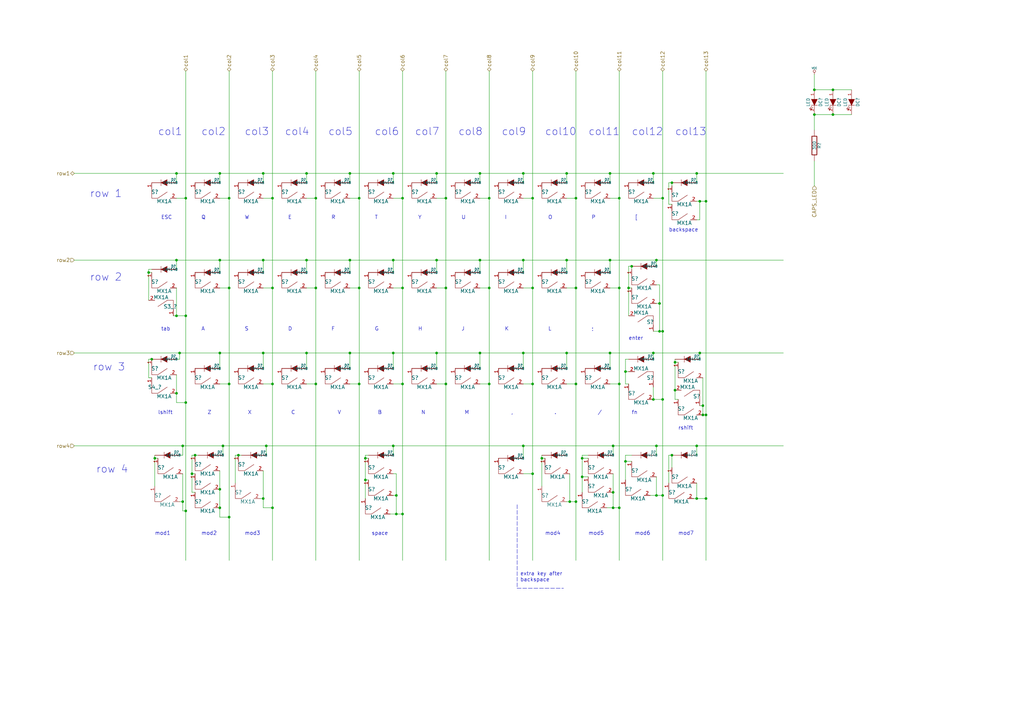
<source format=kicad_sch>
(kicad_sch (version 20211123) (generator eeschema)
  (paper "A3")
  (junction (at 232.41 71.12))
  (junction (at 72.39 106.68))
  (junction (at 162.56 203.2))
  (junction (at 341.63 46.99))
  (junction (at 196.85 144.78))
  (junction (at 161.29 71.12))
  (junction (at 254 157.48))
  (junction (at 179.07 71.12))
  (junction (at 78.74 194.31))
  (junction (at 218.44 81.28))
  (junction (at 90.17 106.68))
  (junction (at 214.63 182.88))
  (junction (at 162.56 210.82))
  (junction (at 93.98 212.09))
  (junction (at 236.22 157.48))
  (junction (at 287.02 82.55))
  (junction (at 90.17 144.78))
  (junction (at 275.59 74.93))
  (junction (at 182.88 81.28))
  (junction (at 232.41 144.78))
  (junction (at 257.81 118.11))
  (junction (at 270.51 124.46))
  (junction (at 76.2 209.55))
  (junction (at 214.63 144.78))
  (junction (at 276.86 160.02))
  (junction (at 125.73 106.68))
  (junction (at 287.02 144.78))
  (junction (at 147.32 157.48))
  (junction (at 254 118.11))
  (junction (at 129.54 118.11))
  (junction (at 72.39 161.29))
  (junction (at 271.78 135.89))
  (junction (at 165.1 81.28))
  (junction (at 256.54 152.4))
  (junction (at 129.54 157.48))
  (junction (at 90.17 208.28))
  (junction (at 271.78 203.2))
  (junction (at 90.17 200.66))
  (junction (at 259.08 109.22))
  (junction (at 143.51 71.12))
  (junction (at 276.86 148.59))
  (junction (at 200.66 118.11))
  (junction (at 165.1 157.48))
  (junction (at 74.93 205.74))
  (junction (at 76.2 165.1))
  (junction (at 93.98 118.11))
  (junction (at 275.59 186.69))
  (junction (at 232.41 106.68))
  (junction (at 149.86 196.85))
  (junction (at 125.73 144.78))
  (junction (at 254 208.28))
  (junction (at 238.76 195.58))
  (junction (at 236.22 205.74))
  (junction (at 179.07 144.78))
  (junction (at 161.29 182.88))
  (junction (at 107.95 204.47))
  (junction (at 76.2 81.28))
  (junction (at 334.01 46.99))
  (junction (at 251.46 208.28))
  (junction (at 147.32 81.28))
  (junction (at 250.19 144.78))
  (junction (at 196.85 71.12))
  (junction (at 236.22 81.28))
  (junction (at 147.32 118.11))
  (junction (at 285.75 204.47))
  (junction (at 256.54 189.23))
  (junction (at 269.24 182.88))
  (junction (at 267.97 163.83))
  (junction (at 254 81.28))
  (junction (at 129.54 81.28))
  (junction (at 218.44 157.48))
  (junction (at 285.75 71.12))
  (junction (at 196.85 106.68))
  (junction (at 222.25 187.96))
  (junction (at 93.98 81.28))
  (junction (at 289.56 82.55))
  (junction (at 93.98 157.48))
  (junction (at 269.24 106.68))
  (junction (at 62.23 147.32))
  (junction (at 107.95 144.78))
  (junction (at 200.66 81.28))
  (junction (at 233.68 205.74))
  (junction (at 72.39 129.54))
  (junction (at 271.78 163.83))
  (junction (at 214.63 71.12))
  (junction (at 182.88 118.11))
  (junction (at 271.78 81.28))
  (junction (at 289.56 204.47))
  (junction (at 161.29 144.78))
  (junction (at 125.73 71.12))
  (junction (at 267.97 144.78))
  (junction (at 236.22 118.11))
  (junction (at 165.1 210.82))
  (junction (at 161.29 106.68))
  (junction (at 218.44 118.11))
  (junction (at 74.93 182.88))
  (junction (at 63.5 187.96))
  (junction (at 165.1 118.11))
  (junction (at 143.51 144.78))
  (junction (at 111.76 157.48))
  (junction (at 111.76 118.11))
  (junction (at 179.07 106.68))
  (junction (at 341.63 36.83))
  (junction (at 111.76 81.28))
  (junction (at 90.17 71.12))
  (junction (at 200.66 157.48))
  (junction (at 251.46 201.93))
  (junction (at 182.88 157.48))
  (junction (at 80.01 186.69))
  (junction (at 143.51 106.68))
  (junction (at 97.79 186.69))
  (junction (at 288.29 170.18))
  (junction (at 218.44 194.31))
  (junction (at 250.19 106.68))
  (junction (at 76.2 129.54))
  (junction (at 149.86 187.96))
  (junction (at 238.76 187.96))
  (junction (at 269.24 203.2))
  (junction (at 334.01 36.83))
  (junction (at 91.44 182.88))
  (junction (at 111.76 208.28))
  (junction (at 72.39 71.12))
  (junction (at 250.19 71.12))
  (junction (at 107.95 71.12))
  (junction (at 73.66 144.78))
  (junction (at 107.95 106.68))
  (junction (at 214.63 106.68))
  (junction (at 60.96 111.76))
  (junction (at 288.29 166.37))
  (junction (at 109.22 182.88))
  (junction (at 251.46 182.88))
  (junction (at 270.51 135.89))
  (junction (at 267.97 71.12))
  (junction (at 285.75 182.88))
  (junction (at 289.56 170.18))
  (wire (pts (xy 149.86 186.69) (xy 149.86 187.96)))
  (wire (pts (xy 236.22 118.11) (xy 236.22 157.48)))
  (wire (pts (xy 214.63 157.48) (xy 218.44 157.48)))
  (wire (pts (xy 60.96 147.32) (xy 62.23 147.32)))
  (wire (pts (xy 251.46 182.88) (xy 269.24 182.88)))
  (wire (pts (xy 125.73 106.68) (xy 143.51 106.68)))
  (wire (pts (xy 165.1 29.21) (xy 165.1 81.28)))
  (wire (pts (xy 196.85 144.78) (xy 196.85 151.13)))
  (wire (pts (xy 232.41 144.78) (xy 232.41 151.13)))
  (wire (pts (xy 214.63 81.28) (xy 218.44 81.28)))
  (wire (pts (xy 254 208.28) (xy 254 229.87)))
  (wire (pts (xy 256.54 147.32) (xy 256.54 152.4)))
  (wire (pts (xy 267.97 163.83) (xy 271.78 163.83)))
  (wire (pts (xy 254 118.11) (xy 254 157.48)))
  (wire (pts (xy 143.51 71.12) (xy 143.51 74.93)))
  (wire (pts (xy 147.32 81.28) (xy 147.32 118.11)))
  (wire (pts (xy 111.76 157.48) (xy 111.76 208.28)))
  (wire (pts (xy 250.19 71.12) (xy 267.97 71.12)))
  (wire (pts (xy 289.56 29.21) (xy 289.56 82.55)))
  (wire (pts (xy 107.95 71.12) (xy 107.95 74.93)))
  (wire (pts (xy 238.76 195.58) (xy 238.76 201.93)))
  (wire (pts (xy 179.07 106.68) (xy 179.07 111.76)))
  (wire (pts (xy 285.75 90.17) (xy 287.02 90.17)))
  (wire (pts (xy 97.79 186.69) (xy 96.52 186.69)))
  (wire (pts (xy 270.51 135.89) (xy 271.78 135.89)))
  (wire (pts (xy 248.92 208.28) (xy 251.46 208.28)))
  (wire (pts (xy 125.73 157.48) (xy 129.54 157.48)))
  (wire (pts (xy 271.78 81.28) (xy 271.78 135.89)))
  (wire (pts (xy 285.75 71.12) (xy 285.75 74.93)))
  (wire (pts (xy 259.08 109.22) (xy 259.08 110.49)))
  (wire (pts (xy 218.44 118.11) (xy 218.44 157.48)))
  (wire (pts (xy 90.17 212.09) (xy 93.98 212.09)))
  (wire (pts (xy 74.93 209.55) (xy 76.2 209.55)))
  (wire (pts (xy 179.07 71.12) (xy 179.07 74.93)))
  (wire (pts (xy 161.29 157.48) (xy 165.1 157.48)))
  (wire (pts (xy 250.19 106.68) (xy 269.24 106.68)))
  (wire (pts (xy 125.73 71.12) (xy 125.73 74.93)))
  (wire (pts (xy 250.19 106.68) (xy 250.19 111.76)))
  (wire (pts (xy 285.75 71.12) (xy 321.31 71.12)))
  (wire (pts (xy 165.1 210.82) (xy 165.1 229.87)))
  (wire (pts (xy 200.66 81.28) (xy 200.66 118.11)))
  (wire (pts (xy 214.63 71.12) (xy 214.63 74.93)))
  (wire (pts (xy 149.86 187.96) (xy 151.13 187.96)))
  (wire (pts (xy 63.5 187.96) (xy 64.77 187.96)))
  (wire (pts (xy 161.29 71.12) (xy 161.29 74.93)))
  (wire (pts (xy 72.39 106.68) (xy 90.17 106.68)))
  (wire (pts (xy 161.29 81.28) (xy 165.1 81.28)))
  (wire (pts (xy 90.17 71.12) (xy 107.95 71.12)))
  (wire (pts (xy 96.52 186.69) (xy 96.52 198.12)))
  (wire (pts (xy 341.63 46.99) (xy 349.25 46.99)))
  (wire (pts (xy 151.13 196.85) (xy 149.86 196.85)))
  (wire (pts (xy 289.56 82.55) (xy 289.56 170.18)))
  (wire (pts (xy 80.01 194.31) (xy 78.74 194.31)))
  (wire (pts (xy 251.46 208.28) (xy 254 208.28)))
  (wire (pts (xy 196.85 106.68) (xy 214.63 106.68)))
  (wire (pts (xy 60.96 154.94) (xy 62.23 154.94)))
  (wire (pts (xy 143.51 118.11) (xy 147.32 118.11)))
  (wire (pts (xy 214.63 118.11) (xy 218.44 118.11)))
  (wire (pts (xy 107.95 208.28) (xy 111.76 208.28)))
  (wire (pts (xy 72.39 71.12) (xy 90.17 71.12)))
  (wire (pts (xy 271.78 203.2) (xy 271.78 229.87)))
  (wire (pts (xy 125.73 71.12) (xy 143.51 71.12)))
  (wire (pts (xy 161.29 182.88) (xy 214.63 182.88)))
  (wire (pts (xy 232.41 118.11) (xy 236.22 118.11)))
  (wire (pts (xy 74.93 194.31) (xy 74.93 205.74)))
  (wire (pts (xy 232.41 157.48) (xy 236.22 157.48)))
  (wire (pts (xy 232.41 106.68) (xy 250.19 106.68)))
  (wire (pts (xy 232.41 71.12) (xy 250.19 71.12)))
  (wire (pts (xy 267.97 144.78) (xy 267.97 147.32)))
  (wire (pts (xy 274.32 186.69) (xy 275.59 186.69)))
  (wire (pts (xy 257.81 118.11) (xy 257.81 129.54)))
  (wire (pts (xy 165.1 81.28) (xy 165.1 118.11)))
  (wire (pts (xy 222.25 187.96) (xy 222.25 199.39)))
  (wire (pts (xy 256.54 157.48) (xy 257.81 157.48)))
  (wire (pts (xy 72.39 71.12) (xy 72.39 74.93)))
  (wire (pts (xy 269.24 106.68) (xy 269.24 109.22)))
  (wire (pts (xy 200.66 157.48) (xy 200.66 229.87)))
  (wire (pts (xy 287.02 82.55) (xy 289.56 82.55)))
  (wire (pts (xy 161.29 194.31) (xy 162.56 194.31)))
  (wire (pts (xy 111.76 81.28) (xy 111.76 118.11)))
  (wire (pts (xy 129.54 118.11) (xy 129.54 157.48)))
  (wire (pts (xy 334.01 30.48) (xy 334.01 36.83)))
  (wire (pts (xy 107.95 144.78) (xy 107.95 151.13)))
  (wire (pts (xy 93.98 118.11) (xy 93.98 157.48)))
  (wire (pts (xy 274.32 83.82) (xy 274.32 74.93)))
  (wire (pts (xy 275.59 76.2) (xy 275.59 74.93)))
  (wire (pts (xy 275.59 186.69) (xy 275.59 191.77)))
  (wire (pts (xy 214.63 144.78) (xy 214.63 151.13)))
  (wire (pts (xy 270.51 124.46) (xy 270.51 135.89)))
  (wire (pts (xy 276.86 147.32) (xy 276.86 148.59)))
  (wire (pts (xy 81.28 186.69) (xy 80.01 186.69)))
  (wire (pts (xy 125.73 118.11) (xy 129.54 118.11)))
  (wire (pts (xy 232.41 144.78) (xy 250.19 144.78)))
  (wire (pts (xy 222.25 187.96) (xy 223.52 187.96)))
  (wire (pts (xy 254 81.28) (xy 254 118.11)))
  (wire (pts (xy 30.48 182.88) (xy 74.93 182.88)))
  (wire (pts (xy 125.73 81.28) (xy 129.54 81.28)))
  (wire (pts (xy 162.56 203.2) (xy 162.56 210.82)))
  (wire (pts (xy 60.96 111.76) (xy 62.23 111.76)))
  (wire (pts (xy 143.51 71.12) (xy 161.29 71.12)))
  (wire (pts (xy 218.44 29.21) (xy 218.44 81.28)))
  (wire (pts (xy 284.48 204.47) (xy 285.75 204.47)))
  (wire (pts (xy 125.73 144.78) (xy 143.51 144.78)))
  (wire (pts (xy 232.41 106.68) (xy 232.41 111.76)))
  (wire (pts (xy 162.56 210.82) (xy 165.1 210.82)))
  (wire (pts (xy 257.81 109.22) (xy 257.81 118.11)))
  (wire (pts (xy 90.17 71.12) (xy 90.17 74.93)))
  (wire (pts (xy 238.76 187.96) (xy 238.76 195.58)))
  (wire (pts (xy 125.73 106.68) (xy 125.73 111.76)))
  (wire (pts (xy 254 29.21) (xy 254 81.28)))
  (wire (pts (xy 196.85 157.48) (xy 200.66 157.48)))
  (wire (pts (xy 72.39 153.67) (xy 72.39 161.29)))
  (wire (pts (xy 179.07 118.11) (xy 182.88 118.11)))
  (wire (pts (xy 200.66 29.21) (xy 200.66 81.28)))
  (wire (pts (xy 269.24 182.88) (xy 285.75 182.88)))
  (wire (pts (xy 259.08 186.69) (xy 256.54 186.69)))
  (wire (pts (xy 267.97 81.28) (xy 271.78 81.28)))
  (wire (pts (xy 129.54 29.21) (xy 129.54 81.28)))
  (wire (pts (xy 256.54 152.4) (xy 257.81 152.4)))
  (wire (pts (xy 161.29 144.78) (xy 179.07 144.78)))
  (wire (pts (xy 271.78 29.21) (xy 271.78 81.28)))
  (wire (pts (xy 232.41 205.74) (xy 233.68 205.74)))
  (wire (pts (xy 256.54 186.69) (xy 256.54 189.23)))
  (wire (pts (xy 107.95 118.11) (xy 111.76 118.11)))
  (wire (pts (xy 74.93 205.74) (xy 74.93 209.55)))
  (polyline (pts (xy 212.09 207.01) (xy 212.09 241.3)))
  (wire (pts (xy 30.48 106.68) (xy 72.39 106.68)))
  (wire (pts (xy 161.29 203.2) (xy 162.56 203.2)))
  (wire (pts (xy 182.88 81.28) (xy 182.88 118.11)))
  (wire (pts (xy 182.88 157.48) (xy 182.88 229.87)))
  (wire (pts (xy 196.85 81.28) (xy 200.66 81.28)))
  (wire (pts (xy 214.63 182.88) (xy 214.63 187.96)))
  (wire (pts (xy 72.39 106.68) (xy 72.39 110.49)))
  (wire (pts (xy 285.75 182.88) (xy 321.31 182.88)))
  (wire (pts (xy 107.95 144.78) (xy 125.73 144.78)))
  (wire (pts (xy 179.07 144.78) (xy 179.07 151.13)))
  (wire (pts (xy 250.19 144.78) (xy 250.19 151.13)))
  (wire (pts (xy 269.24 195.58) (xy 269.24 203.2)))
  (wire (pts (xy 143.51 144.78) (xy 143.51 151.13)))
  (wire (pts (xy 269.24 182.88) (xy 269.24 186.69)))
  (wire (pts (xy 288.29 154.94) (xy 288.29 166.37)))
  (wire (pts (xy 90.17 151.13) (xy 90.17 144.78)))
  (wire (pts (xy 161.29 182.88) (xy 161.29 186.69)))
  (wire (pts (xy 287.02 82.55) (xy 287.02 90.17)))
  (wire (pts (xy 90.17 200.66) (xy 90.17 208.28)))
  (wire (pts (xy 179.07 71.12) (xy 196.85 71.12)))
  (wire (pts (xy 73.66 147.32) (xy 72.39 147.32)))
  (wire (pts (xy 251.46 182.88) (xy 251.46 186.69)))
  (wire (pts (xy 162.56 194.31) (xy 162.56 203.2)))
  (wire (pts (xy 129.54 157.48) (xy 129.54 229.87)))
  (wire (pts (xy 287.02 144.78) (xy 287.02 147.32)))
  (wire (pts (xy 288.29 166.37) (xy 288.29 170.18)))
  (wire (pts (xy 238.76 195.58) (xy 241.3 195.58)))
  (wire (pts (xy 76.2 81.28) (xy 76.2 129.54)))
  (wire (pts (xy 269.24 203.2) (xy 271.78 203.2)))
  (wire (pts (xy 76.2 29.21) (xy 76.2 81.28)))
  (wire (pts (xy 165.1 118.11) (xy 165.1 157.48)))
  (wire (pts (xy 250.19 118.11) (xy 254 118.11)))
  (wire (pts (xy 334.01 66.04) (xy 334.01 76.2)))
  (wire (pts (xy 269.24 124.46) (xy 270.51 124.46)))
  (wire (pts (xy 275.59 83.82) (xy 274.32 83.82)))
  (wire (pts (xy 267.97 135.89) (xy 270.51 135.89)))
  (wire (pts (xy 160.02 210.82) (xy 162.56 210.82)))
  (wire (pts (xy 107.95 71.12) (xy 125.73 71.12)))
  (wire (pts (xy 274.32 198.12) (xy 274.32 186.69)))
  (wire (pts (xy 63.5 187.96) (xy 63.5 199.39)))
  (wire (pts (xy 288.29 170.18) (xy 289.56 170.18)))
  (wire (pts (xy 269.24 116.84) (xy 270.51 116.84)))
  (wire (pts (xy 109.22 182.88) (xy 161.29 182.88)))
  (wire (pts (xy 60.96 154.94) (xy 60.96 147.32)))
  (wire (pts (xy 334.01 46.99) (xy 334.01 53.34)))
  (wire (pts (xy 107.95 204.47) (xy 106.68 204.47)))
  (polyline (pts (xy 212.09 241.3) (xy 231.14 241.3)))
  (wire (pts (xy 107.95 193.04) (xy 107.95 204.47)))
  (wire (pts (xy 271.78 163.83) (xy 271.78 203.2)))
  (wire (pts (xy 30.48 144.78) (xy 73.66 144.78)))
  (wire (pts (xy 287.02 144.78) (xy 321.31 144.78)))
  (wire (pts (xy 90.17 81.28) (xy 93.98 81.28)))
  (wire (pts (xy 257.81 118.11) (xy 259.08 118.11)))
  (wire (pts (xy 254 157.48) (xy 254 208.28)))
  (wire (pts (xy 236.22 157.48) (xy 236.22 205.74)))
  (wire (pts (xy 334.01 46.99) (xy 341.63 46.99)))
  (wire (pts (xy 276.86 163.83) (xy 278.13 163.83)))
  (wire (pts (xy 147.32 29.21) (xy 147.32 81.28)))
  (wire (pts (xy 233.68 194.31) (xy 233.68 205.74)))
  (wire (pts (xy 125.73 144.78) (xy 125.73 151.13)))
  (wire (pts (xy 341.63 36.83) (xy 349.25 36.83)))
  (wire (pts (xy 267.97 158.75) (xy 267.97 163.83)))
  (wire (pts (xy 74.93 182.88) (xy 91.44 182.88)))
  (wire (pts (xy 62.23 110.49) (xy 60.96 110.49)))
  (wire (pts (xy 107.95 157.48) (xy 111.76 157.48)))
  (wire (pts (xy 161.29 106.68) (xy 161.29 111.76)))
  (wire (pts (xy 214.63 194.31) (xy 218.44 194.31)))
  (wire (pts (xy 257.81 109.22) (xy 259.08 109.22)))
  (wire (pts (xy 256.54 157.48) (xy 256.54 152.4)))
  (wire (pts (xy 267.97 71.12) (xy 267.97 74.93)))
  (wire (pts (xy 78.74 186.69) (xy 78.74 194.31)))
  (wire (pts (xy 179.07 81.28) (xy 182.88 81.28)))
  (wire (pts (xy 90.17 208.28) (xy 90.17 212.09)))
  (wire (pts (xy 214.63 144.78) (xy 232.41 144.78)))
  (wire (pts (xy 93.98 212.09) (xy 93.98 229.87)))
  (wire (pts (xy 218.44 81.28) (xy 218.44 118.11)))
  (wire (pts (xy 218.44 194.31) (xy 218.44 229.87)))
  (wire (pts (xy 147.32 157.48) (xy 147.32 229.87)))
  (wire (pts (xy 256.54 189.23) (xy 256.54 196.85)))
  (wire (pts (xy 78.74 194.31) (xy 78.74 201.93)))
  (wire (pts (xy 334.01 36.83) (xy 341.63 36.83)))
  (wire (pts (xy 250.19 144.78) (xy 267.97 144.78)))
  (wire (pts (xy 289.56 170.18) (xy 289.56 204.47)))
  (wire (pts (xy 111.76 208.28) (xy 111.76 229.87)))
  (wire (pts (xy 91.44 182.88) (xy 91.44 186.69)))
  (wire (pts (xy 200.66 118.11) (xy 200.66 157.48)))
  (wire (pts (xy 232.41 71.12) (xy 232.41 74.93)))
  (wire (pts (xy 107.95 204.47) (xy 107.95 208.28)))
  (wire (pts (xy 74.93 186.69) (xy 74.93 182.88)))
  (wire (pts (xy 250.19 81.28) (xy 254 81.28)))
  (wire (pts (xy 161.29 118.11) (xy 165.1 118.11)))
  (wire (pts (xy 285.75 204.47) (xy 289.56 204.47)))
  (wire (pts (xy 266.7 203.2) (xy 269.24 203.2)))
  (wire (pts (xy 90.17 106.68) (xy 107.95 106.68)))
  (wire (pts (xy 233.68 205.74) (xy 236.22 205.74)))
  (wire (pts (xy 93.98 29.21) (xy 93.98 81.28)))
  (wire (pts (xy 111.76 118.11) (xy 111.76 157.48)))
  (wire (pts (xy 236.22 29.21) (xy 236.22 81.28)))
  (wire (pts (xy 90.17 118.11) (xy 93.98 118.11)))
  (wire (pts (xy 238.76 187.96) (xy 241.3 187.96)))
  (wire (pts (xy 78.74 201.93) (xy 80.01 201.93)))
  (wire (pts (xy 214.63 182.88) (xy 251.46 182.88)))
  (wire (pts (xy 161.29 71.12) (xy 179.07 71.12)))
  (wire (pts (xy 73.66 186.69) (xy 74.93 186.69)))
  (wire (pts (xy 60.96 110.49) (xy 60.96 111.76)))
  (wire (pts (xy 107.95 106.68) (xy 107.95 111.76)))
  (wire (pts (xy 274.32 74.93) (xy 275.59 74.93)))
  (wire (pts (xy 60.96 111.76) (xy 60.96 123.19)))
  (wire (pts (xy 143.51 106.68) (xy 143.51 111.76)))
  (wire (pts (xy 90.17 193.04) (xy 90.17 200.66)))
  (wire (pts (xy 267.97 71.12) (xy 285.75 71.12)))
  (wire (pts (xy 251.46 194.31) (xy 251.46 201.93)))
  (wire (pts (xy 214.63 71.12) (xy 232.41 71.12)))
  (wire (pts (xy 63.5 186.69) (xy 63.5 187.96)))
  (wire (pts (xy 143.51 144.78) (xy 161.29 144.78)))
  (wire (pts (xy 251.46 201.93) (xy 251.46 208.28)))
  (wire (pts (xy 93.98 157.48) (xy 93.98 212.09)))
  (wire (pts (xy 151.13 186.69) (xy 149.86 186.69)))
  (wire (pts (xy 72.39 165.1) (xy 76.2 165.1)))
  (wire (pts (xy 71.12 129.54) (xy 72.39 129.54)))
  (wire (pts (xy 72.39 118.11) (xy 72.39 129.54)))
  (wire (pts (xy 143.51 81.28) (xy 147.32 81.28)))
  (wire (pts (xy 76.2 209.55) (xy 76.2 229.87)))
  (wire (pts (xy 90.17 157.48) (xy 93.98 157.48)))
  (wire (pts (xy 232.41 81.28) (xy 236.22 81.28)))
  (wire (pts (xy 90.17 144.78) (xy 107.95 144.78)))
  (wire (pts (xy 214.63 106.68) (xy 232.41 106.68)))
  (wire (pts (xy 267.97 144.78) (xy 287.02 144.78)))
  (wire (pts (xy 30.48 71.12) (xy 72.39 71.12)))
  (wire (pts (xy 218.44 157.48) (xy 218.44 194.31)))
  (wire (pts (xy 149.86 187.96) (xy 149.86 196.85)))
  (wire (pts (xy 73.66 144.78) (xy 73.66 147.32)))
  (wire (pts (xy 72.39 129.54) (xy 76.2 129.54)))
  (wire (pts (xy 73.66 144.78) (xy 90.17 144.78)))
  (wire (pts (xy 179.07 106.68) (xy 196.85 106.68)))
  (wire (pts (xy 90.17 106.68) (xy 90.17 111.76)))
  (wire (pts (xy 91.44 182.88) (xy 109.22 182.88)))
  (wire (pts (xy 276.86 160.02) (xy 276.86 163.83)))
  (wire (pts (xy 285.75 82.55) (xy 287.02 82.55)))
  (wire (pts (xy 72.39 161.29) (xy 72.39 165.1)))
  (wire (pts (xy 214.63 106.68) (xy 214.63 111.76)))
  (wire (pts (xy 80.01 186.69) (xy 78.74 186.69)))
  (wire (pts (xy 111.76 29.21) (xy 111.76 81.28)))
  (wire (pts (xy 143.51 106.68) (xy 161.29 106.68)))
  (wire (pts (xy 236.22 81.28) (xy 236.22 118.11)))
  (wire (pts (xy 276.86 148.59) (xy 276.86 160.02)))
  (wire (pts (xy 269.24 106.68) (xy 321.31 106.68)))
  (wire (pts (xy 196.85 106.68) (xy 196.85 111.76)))
  (wire (pts (xy 107.95 81.28) (xy 111.76 81.28)))
  (wire (pts (xy 256.54 189.23) (xy 259.08 189.23)))
  (wire (pts (xy 182.88 29.21) (xy 182.88 81.28)))
  (wire (pts (xy 161.29 144.78) (xy 161.29 151.13)))
  (wire (pts (xy 182.88 118.11) (xy 182.88 157.48)))
  (wire (pts (xy 241.3 186.69) (xy 238.76 186.69)))
  (wire (pts (xy 179.07 157.48) (xy 182.88 157.48)))
  (wire (pts (xy 196.85 144.78) (xy 214.63 144.78)))
  (wire (pts (xy 149.86 196.85) (xy 149.86 204.47)))
  (wire (pts (xy 72.39 81.28) (xy 76.2 81.28)))
  (wire (pts (xy 143.51 157.48) (xy 147.32 157.48)))
  (wire (pts (xy 271.78 135.89) (xy 271.78 163.83)))
  (wire (pts (xy 196.85 118.11) (xy 200.66 118.11)))
  (wire (pts (xy 99.06 186.69) (xy 97.79 186.69)))
  (wire (pts (xy 236.22 205.74) (xy 236.22 229.87)))
  (wire (pts (xy 250.19 157.48) (xy 254 157.48)))
  (wire (pts (xy 109.22 182.88) (xy 109.22 186.69)))
  (wire (pts (xy 250.19 71.12) (xy 250.19 74.93)))
  (wire (pts (xy 76.2 129.54) (xy 76.2 165.1)))
  (wire (pts (xy 196.85 71.12) (xy 214.63 71.12)))
  (wire (pts (xy 179.07 144.78) (xy 196.85 144.78)))
  (wire (pts (xy 196.85 71.12) (xy 196.85 74.93)))
  (wire (pts (xy 276.86 148.59) (xy 278.13 148.59)))
  (wire (pts (xy 74.93 205.74) (xy 73.66 205.74)))
  (wire (pts (xy 76.2 165.1) (xy 76.2 209.55)))
  (wire (pts (xy 107.95 106.68) (xy 125.73 106.68)))
  (wire (pts (xy 270.51 116.84) (xy 270.51 124.46)))
  (wire (pts (xy 93.98 81.28) (xy 93.98 118.11)))
  (wire (pts (xy 287.02 166.37) (xy 288.29 166.37)))
  (wire (pts (xy 238.76 186.69) (xy 238.76 187.96)))
  (wire (pts (xy 161.29 106.68) (xy 179.07 106.68)))
  (wire (pts (xy 285.75 182.88) (xy 285.75 186.69)))
  (wire (pts (xy 129.54 81.28) (xy 129.54 118.11)))
  (wire (pts (xy 257.81 147.32) (xy 256.54 147.32)))
  (wire (pts (xy 165.1 157.48) (xy 165.1 210.82)))
  (wire (pts (xy 289.56 204.47) (xy 289.56 229.87)))
  (wire (pts (xy 222.25 186.69) (xy 222.25 187.96)))
  (wire (pts (xy 147.32 118.11) (xy 147.32 157.48)))
  (wire (pts (xy 285.75 198.12) (xy 285.75 204.47)))
  (text "C" (at 119.38 170.18 0) (effects (font (size 1.524 1.524)) (justify left bottom)))
  (text "col7" (at 170.18 55.88 0) (effects (font (size 3.048 3.048)) (justify left bottom)))
  (text "O" (at 224.79 90.17 0) (effects (font (size 1.524 1.524)) (justify left bottom)))
  (text "mod4" (at 223.52 219.71 0) (effects (font (size 1.524 1.524)) (justify left bottom)))
  (text "G" (at 153.67 135.89 0) (effects (font (size 1.524 1.524)) (justify left bottom)))
  (text "col13" (at 276.86 55.88 0) (effects (font (size 3.048 3.048)) (justify left bottom)))
  (text "B" (at 154.94 170.18 0) (effects (font (size 1.524 1.524)) (justify left bottom)))
  (text "mod2" (at 82.55 219.71 0) (effects (font (size 1.524 1.524)) (justify left bottom)))
  (text "col2" (at 82.55 55.88 0) (effects (font (size 3.048 3.048)) (justify left bottom)))
  (text "col10" (at 223.52 55.88 0) (effects (font (size 3.048 3.048)) (justify left bottom)))
  (text "col4" (at 116.84 55.88 0) (effects (font (size 3.048 3.048)) (justify left bottom)))
  (text "." (at 227.33 170.18 0) (effects (font (size 1.524 1.524)) (justify left bottom)))
  (text "P" (at 242.57 90.17 0) (effects (font (size 1.524 1.524)) (justify left bottom)))
  (text "W" (at 100.33 90.17 0) (effects (font (size 1.524 1.524)) (justify left bottom)))
  (text "enter" (at 257.81 139.7 0) (effects (font (size 1.524 1.524)) (justify left bottom)))
  (text "E" (at 118.11 90.17 0) (effects (font (size 1.524 1.524)) (justify left bottom)))
  (text "col6" (at 153.67 55.88 0) (effects (font (size 3.048 3.048)) (justify left bottom)))
  (text "X" (at 101.6 170.18 0) (effects (font (size 1.524 1.524)) (justify left bottom)))
  (text "J" (at 189.23 135.89 0) (effects (font (size 1.524 1.524)) (justify left bottom)))
  (text "mod5" (at 241.3 219.71 0) (effects (font (size 1.524 1.524)) (justify left bottom)))
  (text "mod1" (at 63.5 219.71 0) (effects (font (size 1.524 1.524)) (justify left bottom)))
  (text "row 1" (at 36.83 81.28 0) (effects (font (size 3.048 3.048)) (justify left bottom)))
  (text "Z" (at 85.09 170.18 0) (effects (font (size 1.524 1.524)) (justify left bottom)))
  (text "Y" (at 171.45 90.17 0) (effects (font (size 1.524 1.524)) (justify left bottom)))
  (text ";" (at 242.57 135.89 0) (effects (font (size 1.524 1.524)) (justify left bottom)))
  (text "col5" (at 134.62 55.88 0) (effects (font (size 3.048 3.048)) (justify left bottom)))
  (text "V" (at 138.43 170.18 0) (effects (font (size 1.524 1.524)) (justify left bottom)))
  (text "ESC" (at 66.04 90.17 0) (effects (font (size 1.524 1.524)) (justify left bottom)))
  (text "rshift" (at 278.13 176.53 0) (effects (font (size 1.524 1.524)) (justify left bottom)))
  (text "D" (at 118.11 135.89 0) (effects (font (size 1.524 1.524)) (justify left bottom)))
  (text "F" (at 135.89 135.89 0) (effects (font (size 1.524 1.524)) (justify left bottom)))
  (text "/" (at 245.11 170.18 0) (effects (font (size 1.524 1.524)) (justify left bottom)))
  (text "M" (at 190.5 170.18 0) (effects (font (size 1.524 1.524)) (justify left bottom)))
  (text "mod6" (at 260.35 219.71 0) (effects (font (size 1.524 1.524)) (justify left bottom)))
  (text "Q" (at 82.55 90.17 0) (effects (font (size 1.524 1.524)) (justify left bottom)))
  (text "S" (at 100.33 135.89 0) (effects (font (size 1.524 1.524)) (justify left bottom)))
  (text "col3" (at 100.33 55.88 0) (effects (font (size 3.048 3.048)) (justify left bottom)))
  (text "col8" (at 187.96 55.88 0) (effects (font (size 3.048 3.048)) (justify left bottom)))
  (text "R" (at 135.89 90.17 0) (effects (font (size 1.524 1.524)) (justify left bottom)))
  (text "tab" (at 66.04 135.89 0) (effects (font (size 1.524 1.524)) (justify left bottom)))
  (text "[" (at 260.35 90.17 0) (effects (font (size 1.524 1.524)) (justify left bottom)))
  (text "col9" (at 205.74 55.88 0) (effects (font (size 3.048 3.048)) (justify left bottom)))
  (text "col12" (at 259.08 55.88 0) (effects (font (size 3.048 3.048)) (justify left bottom)))
  (text "I" (at 207.01 90.17 0) (effects (font (size 1.524 1.524)) (justify left bottom)))
  (text "K" (at 207.01 135.89 0) (effects (font (size 1.524 1.524)) (justify left bottom)))
  (text "N" (at 172.72 170.18 0) (effects (font (size 1.524 1.524)) (justify left bottom)))
  (text "col1" (at 64.77 55.88 0) (effects (font (size 3.048 3.048)) (justify left bottom)))
  (text "col11" (at 241.3 55.88 0) (effects (font (size 3.048 3.048)) (justify left bottom)))
  (text "backspace" (at 274.32 95.25 0) (effects (font (size 1.524 1.524)) (justify left bottom)))
  (text "row 4" (at 39.37 194.31 0) (effects (font (size 3.048 3.048)) (justify left bottom)))
  (text "," (at 209.55 170.18 0) (effects (font (size 1.524 1.524)) (justify left bottom)))
  (text "mod7" (at 278.13 219.71 0) (effects (font (size 1.524 1.524)) (justify left bottom)))
  (text "T" (at 153.67 90.17 0) (effects (font (size 1.524 1.524)) (justify left bottom)))
  (text "row 2" (at 36.83 115.57 0) (effects (font (size 3.048 3.048)) (justify left bottom)))
  (text "row 3" (at 38.1 152.4 0) (effects (font (size 3.048 3.048)) (justify left bottom)))
  (text "H" (at 171.45 135.89 0) (effects (font (size 1.524 1.524)) (justify left bottom)))
  (text "fn" (at 259.08 170.18 0) (effects (font (size 1.524 1.524)) (justify left bottom)))
  (text "L" (at 224.79 135.89 0) (effects (font (size 1.524 1.524)) (justify left bottom)))
  (text "mod3" (at 100.33 219.71 0) (effects (font (size 1.524 1.524)) (justify left bottom)))
  (text "lshift" (at 64.77 170.18 0) (effects (font (size 1.524 1.524)) (justify left bottom)))
  (text "A" (at 82.55 135.89 0) (effects (font (size 1.524 1.524)) (justify left bottom)))
  (text "space" (at 152.4 219.71 0) (effects (font (size 1.524 1.524)) (justify left bottom)))
  (text "extra key after\nbackspace" (at 213.36 238.76 0) (effects (font (size 1.524 1.524)) (justify left bottom)))
  (text "U" (at 189.23 90.17 0) (effects (font (size 1.524 1.524)) (justify left bottom)))
  (hierarchical_label "row1" (shape tri_state) (at 30.48 71.12 180) (effects (font (size 1.524 1.524))))
  (hierarchical_label "col10" (shape tri_state) (at 236.22 29.21 90) (effects (font (size 1.524 1.524))))
  (hierarchical_label "row3" (shape input) (at 30.48 144.78 180) (effects (font (size 1.524 1.524))))
  (hierarchical_label "col9" (shape tri_state) (at 218.44 29.21 90) (effects (font (size 1.524 1.524))))
  (hierarchical_label "col1" (shape tri_state) (at 76.2 29.21 90) (effects (font (size 1.524 1.524))))
  (hierarchical_label "col6" (shape tri_state) (at 165.1 29.21 90) (effects (font (size 1.524 1.524))))
  (hierarchical_label "col7" (shape tri_state) (at 182.88 29.21 90) (effects (font (size 1.524 1.524))))
  (hierarchical_label "row4" (shape input) (at 30.48 182.88 180) (effects (font (size 1.524 1.524))))
  (hierarchical_label "col12" (shape tri_state) (at 271.78 29.21 90) (effects (font (size 1.524 1.524))))
  (hierarchical_label "col5" (shape tri_state) (at 147.32 29.21 90) (effects (font (size 1.524 1.524))))
  (hierarchical_label "row2" (shape input) (at 30.48 106.68 180) (effects (font (size 1.524 1.524))))
  (hierarchical_label "CAPS_LED" (shape input) (at 334.01 76.2 270) (effects (font (size 1.524 1.524))))
  (hierarchical_label "col4" (shape tri_state) (at 129.54 29.21 90) (effects (font (size 1.524 1.524))))
  (hierarchical_label "col2" (shape tri_state) (at 93.98 29.21 90) (effects (font (size 1.524 1.524))))
  (hierarchical_label "col8" (shape tri_state) (at 200.66 29.21 90) (effects (font (size 1.524 1.524))))
  (hierarchical_label "col3" (shape tri_state) (at 111.76 29.21 90) (effects (font (size 1.524 1.524))))
  (hierarchical_label "col13" (shape tri_state) (at 289.56 29.21 90) (effects (font (size 1.524 1.524))))
  (hierarchical_label "col11" (shape tri_state) (at 254 29.21 90) (effects (font (size 1.524 1.524))))
  (symbol (lib_id "mx1a-simple:MX1A") (at 283.21 158.75 0) (unit 1)
    (property "Reference" "S?" (at 279.4 152.4 0) (effects (font (size 1.524 1.524))))
    (property "Value" "MX1A" (at 283.21 156.21 0) (effects (font (size 1.524 1.524))))
    (property "Footprint" "mx1a:MX1A" (effects hide))
  )
  (symbol (lib_id "device:DIODE") (at 209.55 111.76 180) (unit 1)
    (property "Reference" "D?" (at 213.36 110.49 0) (effects (font (size 1.016 1.016))))
    (property "Value" "1N4148" (at 212.09 111.76 0) (effects (font (size 1.016 1.016))))
    (property "Footprint" "0805:0805D" (effects hide))
    (property "Vendor" "DC Components" (effects hide))
    (property "Product" "CD4148WS(0805C)" (effects hide))
    (property "Supplier" "TME" (effects hide))
    (property "Supplier Symbol" "1N4148-0805" (effects hide))
  )
  (symbol (lib_id "device:DIODE") (at 67.31 110.49 180) (unit 1)
    (property "Reference" "D?" (at 71.12 109.22 0) (effects (font (size 1.016 1.016))))
    (property "Value" "1N4148" (at 69.85 110.49 0) (effects (font (size 1.016 1.016))))
    (property "Footprint" "0805:0805D" (effects hide))
    (property "Vendor" "DC Components" (effects hide))
    (property "Product" "CD4148WS(0805C)" (effects hide))
    (property "Supplier" "TME" (effects hide))
    (property "Supplier Symbol" "1N4148-0805" (effects hide))
  )
  (symbol (lib_id "device:DIODE") (at 173.99 74.93 180) (unit 1)
    (property "Reference" "D?" (at 177.8 73.66 0) (effects (font (size 1.016 1.016))))
    (property "Value" "1N4148" (at 176.53 74.93 0) (effects (font (size 1.016 1.016))))
    (property "Footprint" "0805:0805D" (effects hide))
    (property "Vendor" "DC Components" (effects hide))
    (property "Product" "CD4148WS(0805C)" (effects hide))
    (property "Supplier" "TME" (effects hide))
    (property "Supplier Symbol" "1N4148-0805" (effects hide))
  )
  (symbol (lib_id "mx1a-simple:MX1A") (at 85.09 85.09 0) (unit 1)
    (property "Reference" "S?" (at 81.28 78.74 0) (effects (font (size 1.524 1.524))))
    (property "Value" "MX1A" (at 85.09 82.55 0) (effects (font (size 1.524 1.524))))
    (property "Footprint" "mx1a:MX1A" (effects hide))
  )
  (symbol (lib_id "mx1a-simple:MX1A") (at 173.99 85.09 0) (unit 1)
    (property "Reference" "S?" (at 170.18 78.74 0) (effects (font (size 1.524 1.524))))
    (property "Value" "MX1A" (at 173.99 82.55 0) (effects (font (size 1.524 1.524))))
    (property "Footprint" "mx1a:MX1A" (effects hide))
  )
  (symbol (lib_id "device:DIODE") (at 173.99 151.13 180) (unit 1)
    (property "Reference" "D?" (at 177.8 149.86 0) (effects (font (size 1.016 1.016))))
    (property "Value" "1N4148" (at 176.53 151.13 0) (effects (font (size 1.016 1.016))))
    (property "Footprint" "0805:0805D" (effects hide))
    (property "Vendor" "DC Components" (effects hide))
    (property "Product" "CD4148WS(0805C)" (effects hide))
    (property "Supplier" "TME" (effects hide))
    (property "Supplier Symbol" "1N4148-0805" (effects hide))
  )
  (symbol (lib_id "mx1a-simple:MX1A") (at 227.33 161.29 0) (unit 1)
    (property "Reference" "S?" (at 223.52 154.94 0) (effects (font (size 1.524 1.524))))
    (property "Value" "MX1A" (at 227.33 158.75 0) (effects (font (size 1.524 1.524))))
    (property "Footprint" "mx1a:MX1A" (effects hide))
  )
  (symbol (lib_id "device:DIODE") (at 245.11 74.93 180) (unit 1)
    (property "Reference" "D?" (at 248.92 73.66 0) (effects (font (size 1.016 1.016))))
    (property "Value" "1N4148" (at 247.65 74.93 0) (effects (font (size 1.016 1.016))))
    (property "Footprint" "0805:0805D" (effects hide))
    (property "Vendor" "DC Components" (effects hide))
    (property "Product" "CD4148WS(0805C)" (effects hide))
    (property "Supplier" "TME" (effects hide))
    (property "Supplier Symbol" "1N4148-0805" (effects hide))
  )
  (symbol (lib_id "mx1a-simple:MX1A") (at 264.16 120.65 0) (unit 1)
    (property "Reference" "S?" (at 260.35 114.3 0) (effects (font (size 1.524 1.524))))
    (property "Value" "MX1A" (at 264.16 118.11 0) (effects (font (size 1.524 1.524))))
    (property "Footprint" "mx1a:MX1A" (effects hide))
  )
  (symbol (lib_id "mx1a-simple:MX1A") (at 67.31 157.48 0) (unit 1)
    (property "Reference" "S?" (at 63.5 151.13 0) (effects (font (size 1.524 1.524))))
    (property "Value" "MX1A" (at 67.31 154.94 0) (effects (font (size 1.524 1.524))))
    (property "Footprint" "mx1a:MX1A" (effects hide))
  )
  (symbol (lib_id "mx1a-simple:MX1A") (at 228.6 198.12 0) (unit 1)
    (property "Reference" "S?" (at 224.79 191.77 0) (effects (font (size 1.524 1.524))))
    (property "Value" "MX1A" (at 228.6 195.58 0) (effects (font (size 1.524 1.524))))
    (property "Footprint" "mx1a:MX1A" (effects hide))
  )
  (symbol (lib_id "mx1a-simple:MX1A") (at 262.89 148.59 180) (unit 1)
    (property "Reference" "S?" (at 266.7 154.94 0) (effects (font (size 1.524 1.524))))
    (property "Value" "MX1A" (at 262.89 151.13 0) (effects (font (size 1.524 1.524))))
    (property "Footprint" "mx1a:MX1A_no3d" (effects hide))
  )
  (symbol (lib_id "mx1a-simple:MX1A") (at 262.89 125.73 180) (unit 1)
    (property "Reference" "S?" (at 266.7 132.08 0) (effects (font (size 1.524 1.524))))
    (property "Value" "MX1A" (at 262.89 128.27 0) (effects (font (size 1.524 1.524))))
    (property "Footprint" "mx1a:MX1A_no3d" (effects hide))
  )
  (symbol (lib_id "mx1a-simple:MX1A") (at 102.87 161.29 0) (unit 1)
    (property "Reference" "S?" (at 99.06 154.94 0) (effects (font (size 1.524 1.524))))
    (property "Value" "MX1A" (at 102.87 158.75 0) (effects (font (size 1.524 1.524))))
    (property "Footprint" "mx1a:MX1A" (effects hide))
  )
  (symbol (lib_id "device:DIODE") (at 227.33 186.69 180) (unit 1)
    (property "Reference" "D?" (at 231.14 185.42 0) (effects (font (size 1.016 1.016))))
    (property "Value" "1N4148" (at 229.87 186.69 0) (effects (font (size 1.016 1.016))))
    (property "Footprint" "0805:0805D" (effects hide))
    (property "Vendor" "DC Components" (effects hide))
    (property "Product" "CD4148WS(0805C)" (effects hide))
    (property "Supplier" "TME" (effects hide))
    (property "Supplier Symbol" "1N4148-0805" (effects hide))
  )
  (symbol (lib_id "mx1a-simple:MX1A") (at 138.43 121.92 0) (unit 1)
    (property "Reference" "S?" (at 134.62 115.57 0) (effects (font (size 1.524 1.524))))
    (property "Value" "MX1A" (at 138.43 119.38 0) (effects (font (size 1.524 1.524))))
    (property "Footprint" "mx1a:MX1A" (effects hide))
  )
  (symbol (lib_id "mx1a-simple:MX1A") (at 262.89 85.09 0) (unit 1)
    (property "Reference" "S?" (at 259.08 78.74 0) (effects (font (size 1.524 1.524))))
    (property "Value" "MX1A" (at 262.89 82.55 0) (effects (font (size 1.524 1.524))))
    (property "Footprint" "mx1a:MX1A" (effects hide))
  )
  (symbol (lib_id "mx1a-simple:MX1A") (at 156.21 161.29 0) (unit 1)
    (property "Reference" "S?" (at 152.4 154.94 0) (effects (font (size 1.524 1.524))))
    (property "Value" "MX1A" (at 156.21 158.75 0) (effects (font (size 1.524 1.524))))
    (property "Footprint" "mx1a:MX1A" (effects hide))
  )
  (symbol (lib_id "device:R") (at 334.01 59.69 0) (unit 1)
    (property "Reference" "R?" (at 336.042 59.69 90))
    (property "Value" "300" (at 334.01 59.69 90))
  )
  (symbol (lib_id "device:DIODE") (at 120.65 151.13 180) (unit 1)
    (property "Reference" "D?" (at 124.46 149.86 0) (effects (font (size 1.016 1.016))))
    (property "Value" "1N4148" (at 123.19 151.13 0) (effects (font (size 1.016 1.016))))
    (property "Footprint" "0805:0805D" (effects hide))
    (property "Vendor" "DC Components" (effects hide))
    (property "Product" "CD4148WS(0805C)" (effects hide))
    (property "Supplier" "TME" (effects hide))
    (property "Supplier Symbol" "1N4148-0805" (effects hide))
  )
  (symbol (lib_id "mx1a-simple:MX1A") (at 173.99 161.29 0) (unit 1)
    (property "Reference" "S?" (at 170.18 154.94 0) (effects (font (size 1.524 1.524))))
    (property "Value" "MX1A" (at 173.99 158.75 0) (effects (font (size 1.524 1.524))))
    (property "Footprint" "mx1a:MX1A" (effects hide))
  )
  (symbol (lib_id "device:DIODE") (at 209.55 151.13 180) (unit 1)
    (property "Reference" "D?" (at 213.36 149.86 0) (effects (font (size 1.016 1.016))))
    (property "Value" "1N4148" (at 212.09 151.13 0) (effects (font (size 1.016 1.016))))
    (property "Footprint" "0805:0805D" (effects hide))
    (property "Vendor" "DC Components" (effects hide))
    (property "Product" "CD4148WS(0805C)" (effects hide))
    (property "Supplier" "TME" (effects hide))
    (property "Supplier Symbol" "1N4148-0805" (effects hide))
  )
  (symbol (lib_id "mx1a-simple:MX1A") (at 191.77 121.92 0) (unit 1)
    (property "Reference" "S?" (at 187.96 115.57 0) (effects (font (size 1.524 1.524))))
    (property "Value" "MX1A" (at 191.77 119.38 0) (effects (font (size 1.524 1.524))))
    (property "Footprint" "mx1a:MX1A" (effects hide))
  )
  (symbol (lib_id "device:DIODE") (at 262.89 147.32 180) (unit 1)
    (property "Reference" "D?" (at 266.7 146.05 0) (effects (font (size 1.016 1.016))))
    (property "Value" "1N4148" (at 265.43 147.32 0) (effects (font (size 1.016 1.016))))
    (property "Footprint" "0805:0805D" (effects hide))
    (property "Vendor" "DC Components" (effects hide))
    (property "Product" "CD4148WS(0805C)" (effects hide))
    (property "Supplier" "TME" (effects hide))
    (property "Supplier Symbol" "1N4148-0805" (effects hide))
  )
  (symbol (lib_id "mx1a-simple:MX1A") (at 280.67 86.36 0) (unit 1)
    (property "Reference" "S?" (at 276.86 80.01 0) (effects (font (size 1.524 1.524))))
    (property "Value" "MX1A" (at 280.67 83.82 0) (effects (font (size 1.524 1.524))))
    (property "Footprint" "mx1a:MX1A" (effects hide))
  )
  (symbol (lib_id "device:DIODE") (at 280.67 186.69 180) (unit 1)
    (property "Reference" "D?" (at 284.48 185.42 0) (effects (font (size 1.016 1.016))))
    (property "Value" "1N4148" (at 283.21 186.69 0) (effects (font (size 1.016 1.016))))
    (property "Footprint" "0805:0805D" (effects hide))
    (property "Vendor" "DC Components" (effects hide))
    (property "Product" "CD4148WS(0805C)" (effects hide))
    (property "Supplier" "TME" (effects hide))
    (property "Supplier Symbol" "1N4148-0805" (effects hide))
  )
  (symbol (lib_id "device:DIODE") (at 227.33 111.76 180) (unit 1)
    (property "Reference" "D?" (at 231.14 110.49 0) (effects (font (size 1.016 1.016))))
    (property "Value" "1N4148" (at 229.87 111.76 0) (effects (font (size 1.016 1.016))))
    (property "Footprint" "0805:0805D" (effects hide))
    (property "Vendor" "DC Components" (effects hide))
    (property "Product" "CD4148WS(0805C)" (effects hide))
    (property "Supplier" "TME" (effects hide))
    (property "Supplier Symbol" "1N4148-0805" (effects hide))
  )
  (symbol (lib_id "device:DIODE") (at 85.09 74.93 180) (unit 1)
    (property "Reference" "D?" (at 88.9 73.66 0) (effects (font (size 1.016 1.016))))
    (property "Value" "1N4148" (at 87.63 74.93 0) (effects (font (size 1.016 1.016))))
    (property "Footprint" "0805:0805D" (effects hide))
    (property "Vendor" "DC Components" (effects hide))
    (property "Product" "CD4148WS(0805C)" (effects hide))
    (property "Supplier" "TME" (effects hide))
    (property "Supplier Symbol" "1N4148-0805" (effects hide))
  )
  (symbol (lib_id "device:DIODE") (at 156.21 74.93 180) (unit 1)
    (property "Reference" "D?" (at 160.02 73.66 0) (effects (font (size 1.016 1.016))))
    (property "Value" "1N4148" (at 158.75 74.93 0) (effects (font (size 1.016 1.016))))
    (property "Footprint" "0805:0805D" (effects hide))
    (property "Vendor" "DC Components" (effects hide))
    (property "Product" "CD4148WS(0805C)" (effects hide))
    (property "Supplier" "TME" (effects hide))
    (property "Supplier Symbol" "1N4148-0805" (effects hide))
  )
  (symbol (lib_id "mx1a-simple:MX1A") (at 209.55 161.29 0) (unit 1)
    (property "Reference" "S?" (at 205.74 154.94 0) (effects (font (size 1.524 1.524))))
    (property "Value" "MX1A" (at 209.55 158.75 0) (effects (font (size 1.524 1.524))))
    (property "Footprint" "mx1a:MX1A" (effects hide))
  )
  (symbol (lib_id "device:DIODE") (at 85.09 151.13 180) (unit 1)
    (property "Reference" "D?" (at 88.9 149.86 0) (effects (font (size 1.016 1.016))))
    (property "Value" "1N4148" (at 87.63 151.13 0) (effects (font (size 1.016 1.016))))
    (property "Footprint" "0805:0805D" (effects hide))
    (property "Vendor" "DC Components" (effects hide))
    (property "Product" "CD4148WS(0805C)" (effects hide))
    (property "Supplier" "TME" (effects hide))
    (property "Supplier Symbol" "1N4148-0805" (effects hide))
  )
  (symbol (lib_id "device:DIODE") (at 245.11 111.76 180) (unit 1)
    (property "Reference" "D?" (at 248.92 110.49 0) (effects (font (size 1.016 1.016))))
    (property "Value" "1N4148" (at 247.65 111.76 0) (effects (font (size 1.016 1.016))))
    (property "Footprint" "0805:0805D" (effects hide))
    (property "Vendor" "DC Components" (effects hide))
    (property "Product" "CD4148WS(0805C)" (effects hide))
    (property "Supplier" "TME" (effects hide))
    (property "Supplier Symbol" "1N4148-0805" (effects hide))
  )
  (symbol (lib_id "mx1a-simple:MX1A") (at 156.21 85.09 0) (unit 1)
    (property "Reference" "S?" (at 152.4 78.74 0) (effects (font (size 1.524 1.524))))
    (property "Value" "MX1A" (at 156.21 82.55 0) (effects (font (size 1.524 1.524))))
    (property "Footprint" "mx1a:MX1A" (effects hide))
  )
  (symbol (lib_id "device:DIODE") (at 138.43 111.76 180) (unit 1)
    (property "Reference" "D?" (at 142.24 110.49 0) (effects (font (size 1.016 1.016))))
    (property "Value" "1N4148" (at 140.97 111.76 0) (effects (font (size 1.016 1.016))))
    (property "Footprint" "0805:0805D" (effects hide))
    (property "Vendor" "DC Components" (effects hide))
    (property "Product" "CD4148WS(0805C)" (effects hide))
    (property "Supplier" "TME" (effects hide))
    (property "Supplier Symbol" "1N4148-0805" (effects hide))
  )
  (symbol (lib_id "mx1a-simple:MX1A") (at 209.55 198.12 0) (unit 1)
    (property "Reference" "S?" (at 205.74 191.77 0) (effects (font (size 1.524 1.524))))
    (property "Value" "MX1A" (at 209.55 195.58 0) (effects (font (size 1.524 1.524))))
    (property "Footprint" "mx1a:MX1A" (effects hide))
  )
  (symbol (lib_id "device:DIODE") (at 68.58 186.69 180) (unit 1)
    (property "Reference" "D?" (at 72.39 185.42 0) (effects (font (size 1.016 1.016))))
    (property "Value" "1N4148" (at 71.12 186.69 0) (effects (font (size 1.016 1.016))))
    (property "Footprint" "0805:0805D" (effects hide))
    (property "Vendor" "DC Components" (effects hide))
    (property "Product" "CD4148WS(0805C)" (effects hide))
    (property "Supplier" "TME" (effects hide))
    (property "Supplier Symbol" "1N4148-0805" (effects hide))
  )
  (symbol (lib_id "mx1a-simple:MX1A") (at 67.31 121.92 0) (unit 1)
    (property "Reference" "S?" (at 63.5 115.57 0) (effects (font (size 1.524 1.524))))
    (property "Value" "MX1A" (at 67.31 119.38 0) (effects (font (size 1.524 1.524))))
    (property "Footprint" "mx1a:MX1A" (effects hide))
  )
  (symbol (lib_id "device:DIODE") (at 262.89 74.93 180) (unit 1)
    (property "Reference" "D?" (at 266.7 73.66 0) (effects (font (size 1.016 1.016))))
    (property "Value" "1N4148" (at 265.43 74.93 0) (effects (font (size 1.016 1.016))))
    (property "Footprint" "0805:0805D" (effects hide))
    (property "Vendor" "DC Components" (effects hide))
    (property "Product" "CD4148WS(0805C)" (effects hide))
    (property "Supplier" "TME" (effects hide))
    (property "Supplier Symbol" "1N4148-0805" (effects hide))
  )
  (symbol (lib_id "mx1a-simple:MX1A") (at 120.65 85.09 0) (unit 1)
    (property "Reference" "S?" (at 116.84 78.74 0) (effects (font (size 1.524 1.524))))
    (property "Value" "MX1A" (at 120.65 82.55 0) (effects (font (size 1.524 1.524))))
    (property "Footprint" "mx1a:MX1A" (effects hide))
  )
  (symbol (lib_id "mx1a-simple:MX1A") (at 262.89 167.64 0) (unit 1)
    (property "Reference" "S?" (at 259.08 161.29 0) (effects (font (size 1.524 1.524))))
    (property "Value" "MX1A" (at 262.89 165.1 0) (effects (font (size 1.524 1.524))))
    (property "Footprint" "mx1a:MX1A_no3d" (effects hide))
  )
  (symbol (lib_id "mx1a-simple:MX1A") (at 209.55 121.92 0) (unit 1)
    (property "Reference" "S?" (at 205.74 115.57 0) (effects (font (size 1.524 1.524))))
    (property "Value" "MX1A" (at 209.55 119.38 0) (effects (font (size 1.524 1.524))))
    (property "Footprint" "mx1a:MX1A" (effects hide))
  )
  (symbol (lib_id "power1:VCC") (at 334.01 30.48 0) (unit 1)
    (property "Reference" "#PWR?" (effects hide))
    (property "Value" "VCC" (at 334.01 27.94 0) (effects (font (size 0.762 0.762))))
  )
  (symbol (lib_id "mx1a-simple:MX1A") (at 191.77 85.09 0) (unit 1)
    (property "Reference" "S?" (at 187.96 78.74 0) (effects (font (size 1.524 1.524))))
    (property "Value" "MX1A" (at 191.77 82.55 0) (effects (font (size 1.524 1.524))))
    (property "Footprint" "mx1a:MX1A" (effects hide))
  )
  (symbol (lib_id "device:DIODE") (at 102.87 151.13 180) (unit 1)
    (property "Reference" "D?" (at 106.68 149.86 0) (effects (font (size 1.016 1.016))))
    (property "Value" "1N4148" (at 105.41 151.13 0) (effects (font (size 1.016 1.016))))
    (property "Footprint" "0805:0805D" (effects hide))
    (property "Vendor" "DC Components" (effects hide))
    (property "Product" "CD4148WS(0805C)" (effects hide))
    (property "Supplier" "TME" (effects hide))
    (property "Supplier Symbol" "1N4148-0805" (effects hide))
  )
  (symbol (lib_id "mx1a-simple:MX1A") (at 154.94 214.63 0) (unit 1)
    (property "Reference" "S?" (at 151.13 208.28 0) (effects (font (size 1.524 1.524))))
    (property "Value" "MX1A" (at 154.94 212.09 0) (effects (font (size 1.524 1.524))))
    (property "Footprint" "mx1a:MX1A" (effects hide))
  )
  (symbol (lib_id "device:DIODE") (at 280.67 74.93 180) (unit 1)
    (property "Reference" "D?" (at 284.48 73.66 0) (effects (font (size 1.016 1.016))))
    (property "Value" "1N4148" (at 283.21 74.93 0) (effects (font (size 1.016 1.016))))
    (property "Footprint" "0805:0805D" (effects hide))
    (property "Vendor" "DC Components" (effects hide))
    (property "Product" "CD4148WS(0805C)" (effects hide))
    (property "Supplier" "TME" (effects hide))
    (property "Supplier Symbol" "1N4148-0805" (effects hide))
  )
  (symbol (lib_id "device:DIODE") (at 191.77 111.76 180) (unit 1)
    (property "Reference" "D?" (at 195.58 110.49 0) (effects (font (size 1.016 1.016))))
    (property "Value" "1N4148" (at 194.31 111.76 0) (effects (font (size 1.016 1.016))))
    (property "Footprint" "0805:0805D" (effects hide))
    (property "Vendor" "DC Components" (effects hide))
    (property "Product" "CD4148WS(0805C)" (effects hide))
    (property "Supplier" "TME" (effects hide))
    (property "Supplier Symbol" "1N4148-0805" (effects hide))
  )
  (symbol (lib_id "device:DIODE") (at 102.87 111.76 180) (unit 1)
    (property "Reference" "D?" (at 106.68 110.49 0) (effects (font (size 1.016 1.016))))
    (property "Value" "1N4148" (at 105.41 111.76 0) (effects (font (size 1.016 1.016))))
    (property "Footprint" "0805:0805D" (effects hide))
    (property "Vendor" "DC Components" (effects hide))
    (property "Product" "CD4148WS(0805C)" (effects hide))
    (property "Supplier" "TME" (effects hide))
    (property "Supplier Symbol" "1N4148-0805" (effects hide))
  )
  (symbol (lib_id "mx1a-simple:MX1A") (at 101.6 208.28 0) (unit 1)
    (property "Reference" "S?" (at 97.79 201.93 0) (effects (font (size 1.524 1.524))))
    (property "Value" "MX1A" (at 101.6 205.74 0) (effects (font (size 1.524 1.524))))
    (property "Footprint" "mx1a:MX1A_no3d" (effects hide))
  )
  (symbol (lib_id "mx1a-simple:MX1A") (at 85.09 161.29 0) (unit 1)
    (property "Reference" "S?" (at 81.28 154.94 0) (effects (font (size 1.524 1.524))))
    (property "Value" "MX1A" (at 85.09 158.75 0) (effects (font (size 1.524 1.524))))
    (property "Footprint" "mx1a:MX1A" (effects hide))
  )
  (symbol (lib_id "mx1a-simple:MX1A") (at 246.38 205.74 0) (unit 1)
    (property "Reference" "S?" (at 242.57 199.39 0) (effects (font (size 1.524 1.524))))
    (property "Value" "MX1A" (at 246.38 203.2 0) (effects (font (size 1.524 1.524))))
    (property "Footprint" "mx1a:MX1A_no3d" (effects hide))
  )
  (symbol (lib_id "mx1a-simple:MX1A") (at 138.43 85.09 0) (unit 1)
    (property "Reference" "S?" (at 134.62 78.74 0) (effects (font (size 1.524 1.524))))
    (property "Value" "MX1A" (at 138.43 82.55 0) (effects (font (size 1.524 1.524))))
    (property "Footprint" "mx1a:MX1A" (effects hide))
  )
  (symbol (lib_id "mx1a-simple:MX1A") (at 173.99 121.92 0) (unit 1)
    (property "Reference" "S?" (at 170.18 115.57 0) (effects (font (size 1.524 1.524))))
    (property "Value" "MX1A" (at 173.99 119.38 0) (effects (font (size 1.524 1.524))))
    (property "Footprint" "mx1a:MX1A" (effects hide))
  )
  (symbol (lib_id "device:DIODE") (at 173.99 111.76 180) (unit 1)
    (property "Reference" "D?" (at 177.8 110.49 0) (effects (font (size 1.016 1.016))))
    (property "Value" "1N4148" (at 176.53 111.76 0) (effects (font (size 1.016 1.016))))
    (property "Footprint" "0805:0805D" (effects hide))
    (property "Vendor" "DC Components" (effects hide))
    (property "Product" "CD4148WS(0805C)" (effects hide))
    (property "Supplier" "TME" (effects hide))
    (property "Supplier Symbol" "1N4148-0805" (effects hide))
  )
  (symbol (lib_id "mx1a-simple:MX1A") (at 245.11 161.29 0) (unit 1)
    (property "Reference" "S?" (at 241.3 154.94 0) (effects (font (size 1.524 1.524))))
    (property "Value" "MX1A" (at 245.11 158.75 0) (effects (font (size 1.524 1.524))))
    (property "Footprint" "mx1a:MX1A" (effects hide))
  )
  (symbol (lib_id "mx1a-simple:MX1A") (at 85.09 121.92 0) (unit 1)
    (property "Reference" "S?" (at 81.28 115.57 0) (effects (font (size 1.524 1.524))))
    (property "Value" "MX1A" (at 85.09 119.38 0) (effects (font (size 1.524 1.524))))
    (property "Footprint" "mx1a:MX1A" (effects hide))
  )
  (symbol (lib_id "mx1a-simple:MX1A") (at 102.87 85.09 0) (unit 1)
    (property "Reference" "S?" (at 99.06 78.74 0) (effects (font (size 1.524 1.524))))
    (property "Value" "MX1A" (at 102.87 82.55 0) (effects (font (size 1.524 1.524))))
    (property "Footprint" "mx1a:MX1A" (effects hide))
  )
  (symbol (lib_id "mx1a-simple:MX1A") (at 85.09 212.09 0) (unit 1)
    (property "Reference" "S?" (at 81.28 205.74 0) (effects (font (size 1.524 1.524))))
    (property "Value" "MX1A" (at 85.09 209.55 0) (effects (font (size 1.524 1.524))))
    (property "Footprint" "mx1a:MX1A_no3d" (effects hide))
  )
  (symbol (lib_id "device:DIODE") (at 156.21 186.69 180) (unit 1)
    (property "Reference" "D?" (at 160.02 185.42 0) (effects (font (size 1.016 1.016))))
    (property "Value" "1N4148" (at 158.75 186.69 0) (effects (font (size 1.016 1.016))))
    (property "Footprint" "0805:0805D" (effects hide))
    (property "Vendor" "DC Components" (effects hide))
    (property "Product" "CD4148WS(0805C)" (effects hide))
    (property "Supplier" "TME" (effects hide))
    (property "Supplier Symbol" "1N4148-0805" (effects hide))
  )
  (symbol (lib_id "mx1a-simple:MX1A") (at 67.31 165.1 0) (unit 1)
    (property "Reference" "S4_?" (at 63.5 158.75 0) (effects (font (size 1.524 1.524))))
    (property "Value" "MX1A" (at 67.31 162.56 0) (effects (font (size 1.524 1.524))))
    (property "Footprint" "mx1a:MX1A_no3d" (effects hide))
  )
  (symbol (lib_id "mx1a-simple:MX1A") (at 191.77 161.29 0) (unit 1)
    (property "Reference" "S?" (at 187.96 154.94 0) (effects (font (size 1.524 1.524))))
    (property "Value" "MX1A" (at 191.77 158.75 0) (effects (font (size 1.524 1.524))))
    (property "Footprint" "mx1a:MX1A" (effects hide))
  )
  (symbol (lib_id "device:LED") (at 341.63 41.91 270) (unit 1)
    (property "Reference" "DC?" (at 344.17 41.91 0))
    (property "Value" "LED" (at 339.09 41.91 0))
    (property "Footprint" "mx1a:MX1A-led_no3d" (effects hide))
  )
  (symbol (lib_id "device:DIODE") (at 138.43 151.13 180) (unit 1)
    (property "Reference" "D?" (at 142.24 149.86 0) (effects (font (size 1.016 1.016))))
    (property "Value" "1N4148" (at 140.97 151.13 0) (effects (font (size 1.016 1.016))))
    (property "Footprint" "0805:0805D" (effects hide))
    (property "Vendor" "DC Components" (effects hide))
    (property "Product" "CD4148WS(0805C)" (effects hide))
    (property "Supplier" "TME" (effects hide))
    (property "Supplier Symbol" "1N4148-0805" (effects hide))
  )
  (symbol (lib_id "device:DIODE") (at 67.31 147.32 180) (unit 1)
    (property "Reference" "D?" (at 71.12 146.05 0) (effects (font (size 1.016 1.016))))
    (property "Value" "1N4148" (at 69.85 147.32 0) (effects (font (size 1.016 1.016))))
    (property "Footprint" "0805:0805D" (effects hide))
    (property "Vendor" "DC Components" (effects hide))
    (property "Product" "CD4148WS(0805C)" (effects hide))
    (property "Supplier" "TME" (effects hide))
    (property "Supplier Symbol" "1N4148-0805" (effects hide))
  )
  (symbol (lib_id "device:DIODE") (at 245.11 151.13 180) (unit 1)
    (property "Reference" "D?" (at 248.92 149.86 0) (effects (font (size 1.016 1.016))))
    (property "Value" "1N4148" (at 247.65 151.13 0) (effects (font (size 1.016 1.016))))
    (property "Footprint" "0805:0805D" (effects hide))
    (property "Vendor" "DC Components" (effects hide))
    (property "Product" "CD4148WS(0805C)" (effects hide))
    (property "Supplier" "TME" (effects hide))
    (property "Supplier Symbol" "1N4148-0805" (effects hide))
  )
  (symbol (lib_id "mx1a-simple:MX1A") (at 279.4 208.28 0) (unit 1)
    (property "Reference" "S?" (at 275.59 201.93 0) (effects (font (size 1.524 1.524))))
    (property "Value" "MX1A" (at 279.4 205.74 0) (effects (font (size 1.524 1.524))))
    (property "Footprint" "mx1a:MX1A" (effects hide))
  )
  (symbol (lib_id "device:DIODE") (at 120.65 74.93 180) (unit 1)
    (property "Reference" "D?" (at 124.46 73.66 0) (effects (font (size 1.016 1.016))))
    (property "Value" "1N4148" (at 123.19 74.93 0) (effects (font (size 1.016 1.016))))
    (property "Footprint" "0805:0805D" (effects hide))
    (property "Vendor" "DC Components" (effects hide))
    (property "Product" "CD4148WS(0805C)" (effects hide))
    (property "Supplier" "TME" (effects hide))
    (property "Supplier Symbol" "1N4148-0805" (effects hide))
  )
  (symbol (lib_id "mx1a-simple:MX1A") (at 156.21 121.92 0) (unit 1)
    (property "Reference" "S?" (at 152.4 115.57 0) (effects (font (size 1.524 1.524))))
    (property "Value" "MX1A" (at 156.21 119.38 0) (effects (font (size 1.524 1.524))))
    (property "Footprint" "mx1a:MX1A" (effects hide))
  )
  (symbol (lib_id "device:DIODE") (at 191.77 151.13 180) (unit 1)
    (property "Reference" "D?" (at 195.58 149.86 0) (effects (font (size 1.016 1.016))))
    (property "Value" "1N4148" (at 194.31 151.13 0) (effects (font (size 1.016 1.016))))
    (property "Footprint" "0805:0805D" (effects hide))
    (property "Vendor" "DC Components" (effects hide))
    (property "Product" "CD4148WS(0805C)" (effects hide))
    (property "Supplier" "TME" (effects hide))
    (property "Supplier Symbol" "1N4148-0805" (effects hide))
  )
  (symbol (lib_id "device:LED") (at 334.01 41.91 270) (unit 1)
    (property "Reference" "DC?" (at 336.55 41.91 0))
    (property "Value" "LED" (at 331.47 41.91 0))
    (property "Footprint" "mx1a:MX1A-led_no3d" (effects hide))
  )
  (symbol (lib_id "mx1a-simple:MX1A") (at 85.09 196.85 0) (unit 1)
    (property "Reference" "S?" (at 81.28 190.5 0) (effects (font (size 1.524 1.524))))
    (property "Value" "MX1A" (at 85.09 194.31 0) (effects (font (size 1.524 1.524))))
    (property "Footprint" "mx1a:MX1A" (effects hide))
  )
  (symbol (lib_id "device:DIODE") (at 104.14 186.69 180) (unit 1)
    (property "Reference" "D?" (at 107.95 185.42 0) (effects (font (size 1.016 1.016))))
    (property "Value" "1N4148" (at 106.68 186.69 0) (effects (font (size 1.016 1.016))))
    (property "Footprint" "0805:0805D" (effects hide))
    (property "Vendor" "DC Components" (effects hide))
    (property "Product" "CD4148WS(0805C)" (effects hide))
    (property "Supplier" "TME" (effects hide))
    (property "Supplier Symbol" "1N4148-0805" (effects hide))
  )
  (symbol (lib_id "mx1a-simple:MX1A") (at 69.85 198.12 0) (unit 1)
    (property "Reference" "S?" (at 66.04 191.77 0) (effects (font (size 1.524 1.524))))
    (property "Value" "MX1A" (at 69.85 195.58 0) (effects (font (size 1.524 1.524))))
    (property "Footprint" "mx1a:MX1A" (effects hide))
  )
  (symbol (lib_id "device:DIODE") (at 138.43 74.93 180) (unit 1)
    (property "Reference" "D?" (at 142.24 73.66 0) (effects (font (size 1.016 1.016))))
    (property "Value" "1N4148" (at 140.97 74.93 0) (effects (font (size 1.016 1.016))))
    (property "Footprint" "0805:0805D" (effects hide))
    (property "Vendor" "DC Components" (effects hide))
    (property "Product" "CD4148WS(0805C)" (effects hide))
    (property "Supplier" "TME" (effects hide))
    (property "Supplier Symbol" "1N4148-0805" (effects hide))
  )
  (symbol (lib_id "mx1a-simple:MX1A") (at 138.43 161.29 0) (unit 1)
    (property "Reference" "S?" (at 134.62 154.94 0) (effects (font (size 1.524 1.524))))
    (property "Value" "MX1A" (at 138.43 158.75 0) (effects (font (size 1.524 1.524))))
    (property "Footprint" "mx1a:MX1A" (effects hide))
  )
  (symbol (lib_id "mx1a-simple:MX1A") (at 245.11 85.09 0) (unit 1)
    (property "Reference" "S?" (at 241.3 78.74 0) (effects (font (size 1.524 1.524))))
    (property "Value" "MX1A" (at 245.11 82.55 0) (effects (font (size 1.524 1.524))))
    (property "Footprint" "mx1a:MX1A" (effects hide))
  )
  (symbol (lib_id "device:DIODE") (at 86.36 186.69 180) (unit 1)
    (property "Reference" "D?" (at 90.17 185.42 0) (effects (font (size 1.016 1.016))))
    (property "Value" "1N4148" (at 88.9 186.69 0) (effects (font (size 1.016 1.016))))
    (property "Footprint" "0805:0805D" (effects hide))
    (property "Vendor" "DC Components" (effects hide))
    (property "Product" "CD4148WS(0805C)" (effects hide))
    (property "Supplier" "TME" (effects hide))
    (property "Supplier Symbol" "1N4148-0805" (effects hide))
  )
  (symbol (lib_id "mx1a-simple:MX1A") (at 66.04 119.38 180) (unit 1)
    (property "Reference" "S3_?" (at 69.85 125.73 0) (effects (font (size 1.524 1.524))))
    (property "Value" "MX1A" (at 66.04 121.92 0) (effects (font (size 1.524 1.524))))
    (property "Footprint" "mx1a:MX1A_no3d" (effects hide))
  )
  (symbol (lib_id "device:DIODE") (at 85.09 111.76 180) (unit 1)
    (property "Reference" "D?" (at 88.9 110.49 0) (effects (font (size 1.016 1.016))))
    (property "Value" "1N4148" (at 87.63 111.76 0) (effects (font (size 1.016 1.016))))
    (property "Footprint" "0805:0805D" (effects hide))
    (property "Vendor" "DC Components" (effects hide))
    (property "Product" "CD4148WS(0805C)" (effects hide))
    (property "Supplier" "TME" (effects hide))
    (property "Supplier Symbol" "1N4148-0805" (effects hide))
  )
  (symbol (lib_id "device:DIODE") (at 246.38 186.69 180) (unit 1)
    (property "Reference" "D?" (at 250.19 185.42 0) (effects (font (size 1.016 1.016))))
    (property "Value" "1N4148" (at 248.92 186.69 0) (effects (font (size 1.016 1.016))))
    (property "Footprint" "0805:0805D" (effects hide))
    (property "Vendor" "DC Components" (effects hide))
    (property "Product" "CD4148WS(0805C)" (effects hide))
    (property "Supplier" "TME" (effects hide))
    (property "Supplier Symbol" "1N4148-0805" (effects hide))
  )
  (symbol (lib_id "mx1a-simple:MX1A") (at 246.38 198.12 0) (unit 1)
    (property "Reference" "S?" (at 242.57 191.77 0) (effects (font (size 1.524 1.524))))
    (property "Value" "MX1A" (at 246.38 195.58 0) (effects (font (size 1.524 1.524))))
    (property "Footprint" "mx1a:MX1A" (effects hide))
  )
  (symbol (lib_id "mx1a-simple:MX1A") (at 67.31 85.09 0) (unit 1)
    (property "Reference" "S?" (at 63.5 78.74 0) (effects (font (size 1.524 1.524))))
    (property "Value" "MX1A" (at 67.31 82.55 0) (effects (font (size 1.524 1.524))))
    (property "Footprint" "mx1a:MX1A" (effects hide))
  )
  (symbol (lib_id "mx1a-simple:MX1A") (at 209.55 85.09 0) (unit 1)
    (property "Reference" "S?" (at 205.74 78.74 0) (effects (font (size 1.524 1.524))))
    (property "Value" "MX1A" (at 209.55 82.55 0) (effects (font (size 1.524 1.524))))
    (property "Footprint" "mx1a:MX1A" (effects hide))
  )
  (symbol (lib_id "mx1a-simple:MX1A") (at 281.94 156.21 180) (unit 1)
    (property "Reference" "S?" (at 285.75 162.56 0) (effects (font (size 1.524 1.524))))
    (property "Value" "MX1A" (at 281.94 158.75 0) (effects (font (size 1.524 1.524))))
    (property "Footprint" "mx1a:MX1A_no3d" (effects hide))
  )
  (symbol (lib_id "mx1a-simple:MX1A") (at 280.67 93.98 0) (unit 1)
    (property "Reference" "S?" (at 276.86 87.63 0) (effects (font (size 1.524 1.524))))
    (property "Value" "MX1A" (at 280.67 91.44 0) (effects (font (size 1.524 1.524))))
    (property "Footprint" "mx1a:MX1A_no3d" (effects hide))
  )
  (symbol (lib_id "mx1a-simple:MX1A") (at 264.16 199.39 0) (unit 1)
    (property "Reference" "S?" (at 260.35 193.04 0) (effects (font (size 1.524 1.524))))
    (property "Value" "MX1A" (at 264.16 196.85 0) (effects (font (size 1.524 1.524))))
    (property "Footprint" "mx1a:MX1A_no3d" (effects hide))
  )
  (symbol (lib_id "mx1a-simple:MX1A") (at 227.33 85.09 0) (unit 1)
    (property "Reference" "S?" (at 223.52 78.74 0) (effects (font (size 1.524 1.524))))
    (property "Value" "MX1A" (at 227.33 82.55 0) (effects (font (size 1.524 1.524))))
    (property "Footprint" "mx1a:MX1A" (effects hide))
  )
  (symbol (lib_id "mx1a-simple:MX1A") (at 280.67 201.93 0) (unit 1)
    (property "Reference" "S?" (at 276.86 195.58 0) (effects (font (size 1.524 1.524))))
    (property "Value" "MX1A" (at 280.67 199.39 0) (effects (font (size 1.524 1.524))))
    (property "Footprint" "mx1a:MX1A_no3d" (effects hide))
  )
  (symbol (lib_id "mx1a-simple:MX1A") (at 245.11 121.92 0) (unit 1)
    (property "Reference" "S?" (at 241.3 115.57 0) (effects (font (size 1.524 1.524))))
    (property "Value" "MX1A" (at 245.11 119.38 0) (effects (font (size 1.524 1.524))))
    (property "Footprint" "mx1a:MX1A" (effects hide))
  )
  (symbol (lib_id "device:DIODE") (at 209.55 187.96 180) (unit 1)
    (property "Reference" "D?" (at 213.36 186.69 0) (effects (font (size 1.016 1.016))))
    (property "Value" "1N4148" (at 212.09 187.96 0) (effects (font (size 1.016 1.016))))
    (property "Footprint" "0805:0805D" (effects hide))
    (property "Vendor" "DC Components" (effects hide))
    (property "Product" "CD4148WS(0805C)" (effects hide))
    (property "Supplier" "TME" (effects hide))
    (property "Supplier Symbol" "1N4148-0805" (effects hide))
  )
  (symbol (lib_id "device:DIODE") (at 67.31 74.93 180) (unit 1)
    (property "Reference" "D?" (at 71.12 73.66 0) (effects (font (size 1.016 1.016))))
    (property "Value" "1N4148" (at 69.85 74.93 0) (effects (font (size 1.016 1.016))))
    (property "Footprint" "0805:0805D" (effects hide))
    (property "Vendor" "DC Components" (effects hide))
    (property "Product" "CD4148WS(0805C)" (effects hide))
    (property "Supplier" "TME" (effects hide))
    (property "Supplier Symbol" "1N4148-0805" (effects hide))
  )
  (symbol (lib_id "mx1a-simple:MX1A") (at 102.87 121.92 0) (unit 1)
    (property "Reference" "S?" (at 99.06 115.57 0) (effects (font (size 1.524 1.524))))
    (property "Value" "MX1A" (at 102.87 119.38 0) (effects (font (size 1.524 1.524))))
    (property "Footprint" "mx1a:MX1A" (effects hide))
  )
  (symbol (lib_id "device:DIODE") (at 264.16 109.22 180) (unit 1)
    (property "Reference" "D?" (at 267.97 107.95 0) (effects (font (size 1.016 1.016))))
    (property "Value" "1N4148" (at 266.7 109.22 0) (effects (font (size 1.016 1.016))))
    (property "Footprint" "0805:0805D" (effects hide))
    (property "Vendor" "DC Components" (effects hide))
    (property "Product" "CD4148WS(0805C)" (effects hide))
    (property "Supplier" "TME" (effects hide))
    (property "Supplier Symbol" "1N4148-0805" (effects hide))
  )
  (symbol (lib_id "device:DIODE") (at 191.77 74.93 180) (unit 1)
    (property "Reference" "D?" (at 195.58 73.66 0) (effects (font (size 1.016 1.016))))
    (property "Value" "1N4148" (at 194.31 74.93 0) (effects (font (size 1.016 1.016))))
    (property "Footprint" "0805:0805D" (effects hide))
    (property "Vendor" "DC Components" (effects hide))
    (property "Product" "CD4148WS(0805C)" (effects hide))
    (property "Supplier" "TME" (effects hide))
    (property "Supplier Symbol" "1N4148-0805" (effects hide))
  )
  (symbol (lib_id "device:DIODE") (at 281.94 147.32 180) (unit 1)
    (property "Reference" "D?" (at 285.75 146.05 0) (effects (font (size 1.016 1.016))))
    (property "Value" "1N4148" (at 284.48 147.32 0) (effects (font (size 1.016 1.016))))
    (property "Footprint" "0805:0805D" (effects hide))
    (property "Vendor" "DC Components" (effects hide))
    (property "Product" "CD4148WS(0805C)" (effects hide))
    (property "Supplier" "TME" (effects hide))
    (property "Supplier Symbol" "1N4148-0805" (effects hide))
  )
  (symbol (lib_id "mx1a-simple:MX1A") (at 120.65 161.29 0) (unit 1)
    (property "Reference" "S?" (at 116.84 154.94 0) (effects (font (size 1.524 1.524))))
    (property "Value" "MX1A" (at 120.65 158.75 0) (effects (font (size 1.524 1.524))))
    (property "Footprint" "mx1a:MX1A" (effects hide))
  )
  (symbol (lib_id "device:DIODE") (at 156.21 111.76 180) (unit 1)
    (property "Reference" "D?" (at 160.02 110.49 0) (effects (font (size 1.016 1.016))))
    (property "Value" "1N4148" (at 158.75 111.76 0) (effects (font (size 1.016 1.016))))
    (property "Footprint" "0805:0805D" (effects hide))
    (property "Vendor" "DC Components" (effects hide))
    (property "Product" "CD4148WS(0805C)" (effects hide))
    (property "Supplier" "TME" (effects hide))
    (property "Supplier Symbol" "1N4148-0805" (effects hide))
  )
  (symbol (lib_id "device:DIODE") (at 120.65 111.76 180) (unit 1)
    (property "Reference" "D?" (at 124.46 110.49 0) (effects (font (size 1.016 1.016))))
    (property "Value" "1N4148" (at 123.19 111.76 0) (effects (font (size 1.016 1.016))))
    (property "Footprint" "0805:0805D" (effects hide))
    (property "Vendor" "DC Components" (effects hide))
    (property "Product" "CD4148WS(0805C)" (effects hide))
    (property "Supplier" "TME" (effects hide))
    (property "Supplier Symbol" "1N4148-0805" (effects hide))
  )
  (symbol (lib_id "mx1a-simple:MX1A") (at 102.87 196.85 0) (unit 1)
    (property "Reference" "S?" (at 99.06 190.5 0) (effects (font (size 1.524 1.524))))
    (property "Value" "MX1A" (at 102.87 194.31 0) (effects (font (size 1.524 1.524))))
    (property "Footprint" "mx1a:MX1A" (effects hide))
  )
  (symbol (lib_id "mx1a-simple:MX1A") (at 227.33 209.55 0) (unit 1)
    (property "Reference" "S?" (at 223.52 203.2 0) (effects (font (size 1.524 1.524))))
    (property "Value" "MX1A" (at 227.33 207.01 0) (effects (font (size 1.524 1.524))))
    (property "Footprint" "mx1a:MX1A_no3d" (effects hide))
  )
  (symbol (lib_id "device:DIODE") (at 227.33 74.93 180) (unit 1)
    (property "Reference" "D?" (at 231.14 73.66 0) (effects (font (size 1.016 1.016))))
    (property "Value" "1N4148" (at 229.87 74.93 0) (effects (font (size 1.016 1.016))))
    (property "Footprint" "0805:0805D" (effects hide))
    (property "Vendor" "DC Components" (effects hide))
    (property "Product" "CD4148WS(0805C)" (effects hide))
    (property "Supplier" "TME" (effects hide))
    (property "Supplier Symbol" "1N4148-0805" (effects hide))
  )
  (symbol (lib_id "mx1a-simple:MX1A") (at 243.84 212.09 0) (unit 1)
    (property "Reference" "S?" (at 240.03 205.74 0) (effects (font (size 1.524 1.524))))
    (property "Value" "MX1A" (at 243.84 209.55 0) (effects (font (size 1.524 1.524))))
    (property "Footprint" "mx1a:MX1A_no3d" (effects hide))
  )
  (symbol (lib_id "mx1a-simple:MX1A") (at 156.21 198.12 0) (unit 1)
    (property "Reference" "S?" (at 152.4 191.77 0) (effects (font (size 1.524 1.524))))
    (property "Value" "MX1A" (at 156.21 195.58 0) (effects (font (size 1.524 1.524))))
    (property "Footprint" "mx1a:MX1A_no3d" (effects hide))
  )
  (symbol (lib_id "mx1a-simple:MX1A") (at 156.21 207.01 0) (unit 1)
    (property "Reference" "S?" (at 152.4 200.66 0) (effects (font (size 1.524 1.524))))
    (property "Value" "MX1A" (at 156.21 204.47 0) (effects (font (size 1.524 1.524))))
    (property "Footprint" "mx1a:MX1A_no3d" (effects hide))
  )
  (symbol (lib_id "mx1a-simple:MX1A") (at 85.09 204.47 0) (unit 1)
    (property "Reference" "S?" (at 81.28 198.12 0) (effects (font (size 1.524 1.524))))
    (property "Value" "MX1A" (at 85.09 201.93 0) (effects (font (size 1.524 1.524))))
    (property "Footprint" "mx1a:MX1A_no3d" (effects hide))
  )
  (symbol (lib_id "mx1a-simple:MX1A") (at 120.65 121.92 0) (unit 1)
    (property "Reference" "S?" (at 116.84 115.57 0) (effects (font (size 1.524 1.524))))
    (property "Value" "MX1A" (at 120.65 119.38 0) (effects (font (size 1.524 1.524))))
    (property "Footprint" "mx1a:MX1A" (effects hide))
  )
  (symbol (lib_id "device:LED") (at 349.25 41.91 270) (unit 1)
    (property "Reference" "DC?" (at 351.79 41.91 0))
    (property "Value" "LED" (at 346.71 41.91 0))
  )
  (symbol (lib_id "mx1a-simple:MX1A") (at 68.58 209.55 0) (unit 1)
    (property "Reference" "S?" (at 64.77 203.2 0) (effects (font (size 1.524 1.524))))
    (property "Value" "MX1A" (at 68.58 207.01 0) (effects (font (size 1.524 1.524))))
    (property "Footprint" "mx1a:MX1A_no3d" (effects hide))
  )
  (symbol (lib_id "mx1a-simple:MX1A") (at 283.21 173.99 0) (unit 1)
    (property "Reference" "S?" (at 279.4 167.64 0) (effects (font (size 1.524 1.524))))
    (property "Value" "MX1A" (at 283.21 171.45 0) (effects (font (size 1.524 1.524))))
    (property "Footprint" "mx1a:MX1A_no3d" (effects hide))
  )
  (symbol (lib_id "device:DIODE") (at 227.33 151.13 180) (unit 1)
    (property "Reference" "D?" (at 231.14 149.86 0) (effects (font (size 1.016 1.016))))
    (property "Value" "1N4148" (at 229.87 151.13 0) (effects (font (size 1.016 1.016))))
    (property "Footprint" "0805:0805D" (effects hide))
    (property "Vendor" "DC Components" (effects hide))
    (property "Product" "CD4148WS(0805C)" (effects hide))
    (property "Supplier" "TME" (effects hide))
    (property "Supplier Symbol" "1N4148-0805" (effects hide))
  )
  (symbol (lib_id "device:DIODE") (at 102.87 74.93 180) (unit 1)
    (property "Reference" "D?" (at 106.68 73.66 0) (effects (font (size 1.016 1.016))))
    (property "Value" "1N4148" (at 105.41 74.93 0) (effects (font (size 1.016 1.016))))
    (property "Footprint" "0805:0805D" (effects hide))
    (property "Vendor" "DC Components" (effects hide))
    (property "Product" "CD4148WS(0805C)" (effects hide))
    (property "Supplier" "TME" (effects hide))
    (property "Supplier Symbol" "1N4148-0805" (effects hide))
  )
  (symbol (lib_id "mx1a-simple:MX1A") (at 227.33 121.92 0) (unit 1)
    (property "Reference" "S?" (at 223.52 115.57 0) (effects (font (size 1.524 1.524))))
    (property "Value" "MX1A" (at 227.33 119.38 0) (effects (font (size 1.524 1.524))))
    (property "Footprint" "mx1a:MX1A" (effects hide))
  )
  (symbol (lib_id "mx1a-simple:MX1A") (at 264.16 128.27 0) (unit 1)
    (property "Reference" "S?" (at 260.35 121.92 0) (effects (font (size 1.524 1.524))))
    (property "Value" "MX1A" (at 264.16 125.73 0) (effects (font (size 1.524 1.524))))
    (property "Footprint" "mx1a:MX1A_no3d" (effects hide))
  )
  (symbol (lib_id "device:DIODE") (at 264.16 186.69 180) (unit 1)
    (property "Reference" "D?" (at 267.97 185.42 0) (effects (font (size 1.016 1.016))))
    (property "Value" "1N4148" (at 266.7 186.69 0) (effects (font (size 1.016 1.016))))
    (property "Footprint" "0805:0805D" (effects hide))
    (property "Vendor" "DC Components" (effects hide))
    (property "Product" "CD4148WS(0805C)" (effects hide))
    (property "Supplier" "TME" (effects hide))
    (property "Supplier Symbol" "1N4148-0805" (effects hide))
  )
  (symbol (lib_id "mx1a-simple:MX1A") (at 261.62 207.01 0) (unit 1)
    (property "Reference" "S?" (at 257.81 200.66 0) (effects (font (size 1.524 1.524))))
    (property "Value" "MX1A" (at 261.62 204.47 0) (effects (font (size 1.524 1.524))))
    (property "Footprint" "mx1a:MX1A" (effects hide))
  )
  (symbol (lib_id "device:DIODE") (at 209.55 74.93 180) (unit 1)
    (property "Reference" "D?" (at 213.36 73.66 0) (effects (font (size 1.016 1.016))))
    (property "Value" "1N4148" (at 212.09 74.93 0) (effects (font (size 1.016 1.016))))
    (property "Footprint" "0805:0805D" (effects hide))
    (property "Vendor" "DC Components" (effects hide))
    (property "Product" "CD4148WS(0805C)" (effects hide))
    (property "Supplier" "TME" (effects hide))
    (property "Supplier Symbol" "1N4148-0805" (effects hide))
  )
  (symbol (lib_id "device:DIODE") (at 156.21 151.13 180) (unit 1)
    (property "Reference" "D?" (at 160.02 149.86 0) (effects (font (size 1.016 1.016))))
    (property "Value" "1N4148" (at 158.75 151.13 0) (effects (font (size 1.016 1.016))))
    (property "Footprint" "0805:0805D" (effects hide))
    (property "Vendor" "DC Components" (effects hide))
    (property "Product" "CD4148WS(0805C)" (effects hide))
    (property "Supplier" "TME" (effects hide))
    (property "Supplier Symbol" "1N4148-0805" (effects hide))
  )
)
</source>
